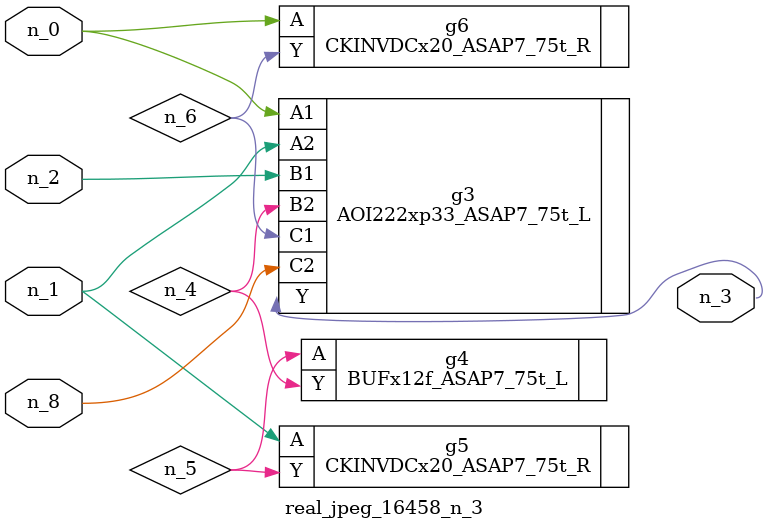
<source format=v>
module real_jpeg_16458_n_3 (n_8, n_1, n_0, n_2, n_3);

input n_8;
input n_1;
input n_0;
input n_2;

output n_3;

wire n_5;
wire n_4;
wire n_6;

AOI222xp33_ASAP7_75t_L g3 ( 
.A1(n_0),
.A2(n_1),
.B1(n_2),
.B2(n_4),
.C1(n_6),
.C2(n_8),
.Y(n_3)
);

CKINVDCx20_ASAP7_75t_R g6 ( 
.A(n_0),
.Y(n_6)
);

CKINVDCx20_ASAP7_75t_R g5 ( 
.A(n_1),
.Y(n_5)
);

BUFx12f_ASAP7_75t_L g4 ( 
.A(n_5),
.Y(n_4)
);


endmodule
</source>
